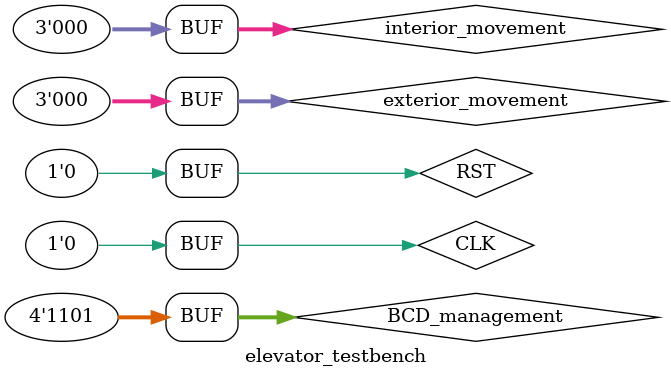
<source format=v>
`timescale 1ns / 1ps

module elevator_testbench;

	// Inputs
	reg CLK, RST;
	reg [3:0] BCD_management;
	reg [2:0] interior_movement, exterior_movement;

	// Outputs
	wire [1:0] engine;
	wire [2:0] doors;

	// Instantiate the Unit Under Test (UUT)
	elevator uut (
		.CLK(CLK), 
		.RST(RST), 
		.BCD_management(BCD_management), 
		.engine(engine), 
		.doors(doors), 
		.interior_movement(interior_movement), 
		.exterior_movement(exterior_movement)
	);

	initial 
	begin
		CLK = 0;
		repeat (100)
	#10 CLK = ~CLK;
	end
	
	initial
	begin
		interior_movement = 3'b000;
		exterior_movement = 3'b000;
		BCD_management = 4'b0000;
		RST = 0;
	#5 
		RST = 1;
	#20	 
		RST = 0;
	#20
		BCD_management = 4'b1011;
	#20	 
		BCD_management = 4'b0000;
	#20  
		BCD_management = 4'b0001;
		BCD_management = 4'b0000;
	#20  
		BCD_management = 4'b0001;
	#20
		BCD_management = 4'b1101;
	#40  
		BCD_management = 4'b0001;
	#20  
		BCD_management = 4'b0000;
		BCD_management = 4'b0001;
	#20  
		BCD_management = 4'b0000;
		BCD_management = 4'b0001;
	#20  
		BCD_management = 4'b0000;
		BCD_management = 4'b0001;
	#20
		BCD_management = 4'b1101;
	
	end
      
endmodule


</source>
